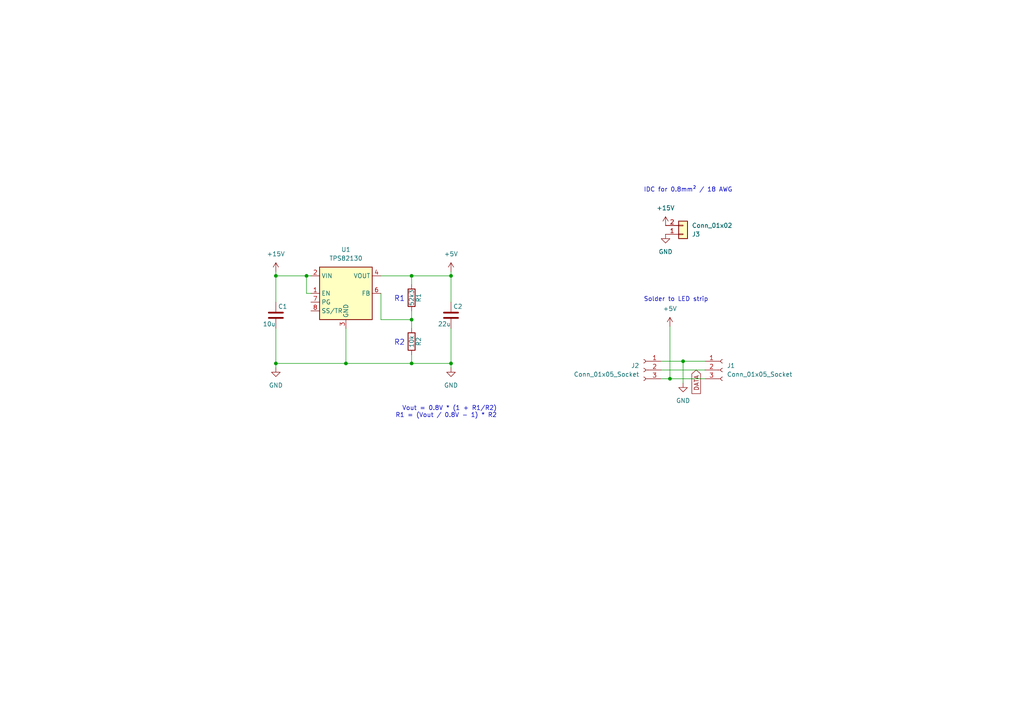
<source format=kicad_sch>
(kicad_sch (version 20231120) (generator "eeschema") (generator_version "8.0")
  (paper "A4")
  (lib_symbols
    (symbol "Connector:Conn_01x03_Socket" (pin_names (offset 1.016) hide)
      (property "Reference" "J" (at 0 5.08 0))
      (property "Value" "Conn_01x03_Socket" (at 0 -5.08 0))
      (symbol "Conn_01x03_Socket_1_1"
        (arc (start 0 -2.032) (mid -0.5058 -2.54) (end 0 -3.048) (stroke (width 0.1524)))
        (polyline (pts (xy -1.27 -2.54) (xy -0.508 -2.54)) (stroke (width 0.1524)))
        (polyline (pts (xy -1.27 0) (xy -0.508 0)) (stroke (width 0.1524)))
        (polyline (pts (xy -1.27 2.54) (xy -0.508 2.54)) (stroke (width 0.1524)))
        (arc (start 0 0.508) (mid -0.5058 0) (end 0 -0.508) (stroke (width 0.1524)))
        (arc (start 0 3.048) (mid -0.5058 2.54) (end 0 2.032) (stroke (width 0.1524)))
        (pin passive line (at -5.08 2.54 0) (length 3.81) (name "Pin_1") (number "1"))
        (pin passive line (at -5.08 0 0) (length 3.81) (name "Pin_2") (number "2"))
        (pin passive line (at -5.08 -2.54 0) (length 3.81) (name "Pin_3") (number "3"))
      )
    )
    (symbol "Connector_Generic:Conn_01x02" (pin_names (offset 1.016) hide)
      (property "Reference" "J" (at 0 2.54 0))
      (property "Value" "Conn_01x02" (at 0 -5.08 0))
      (symbol "Conn_01x02_1_1"
        (rectangle (start -1.27 -2.413) (end 0 -2.667) (stroke (width 0.1524)))
        (rectangle (start -1.27 0.127) (end 0 -0.127) (stroke (width 0.1524)))
        (rectangle (start -1.27 1.27) (end 1.27 -3.81) (stroke (width 0.254)) (fill (type background)))
        (pin passive line (at -5.08 0 0) (length 3.81) (name "Pin_1") (number "1"))
        (pin passive line (at -5.08 -2.54 0) (length 3.81) (name "Pin_2") (number "2"))
      )
    )
    (symbol "Device:C" (pin_numbers hide) (pin_names (offset 0.254))
      (property "Reference" "C" (at 0.635 2.54 0))
      (property "Value" "C" (at 0.635 -2.54 0))
      (symbol "C_0_1"
        (polyline (pts (xy -2.032 -0.762) (xy 2.032 -0.762)) (stroke (width 0.508)))
        (polyline (pts (xy -2.032 0.762) (xy 2.032 0.762)) (stroke (width 0.508)))
      )
      (symbol "C_1_1"
        (pin passive line (at 0 3.81 270) (length 2.794) (name "~") (number "1"))
        (pin passive line (at 0 -3.81 90) (length 2.794) (name "~") (number "2"))
      )
    )
    (symbol "Device:R" (pin_numbers hide) (pin_names (offset 0))
      (property "Reference" "R" (at 2.032 0 90))
      (property "Value" "R" (at 0 0 90))
      (symbol "R_0_1"
        (rectangle (start -1.016 -2.54) (end 1.016 2.54) (stroke (width 0.254)))
      )
      (symbol "R_1_1"
        (pin passive line (at 0 3.81 270) (length 1.27) (name "~") (number "1"))
        (pin passive line (at 0 -3.81 90) (length 1.27) (name "~") (number "2"))
      )
    )
    (symbol "Regulator_Switching:TPS82130"
      (property "Reference" "U" (at 1.27 11.43 0))
      (property "Value" "TPS82130" (at 5.08 8.89 0))
      (symbol "TPS82130_0_1"
        (rectangle (start -7.62 7.62) (end 7.62 -7.62) (stroke (width 0.254)) (fill (type background)))
      )
      (symbol "TPS82130_1_1"
        (pin input line (at -10.16 0 0) (length 2.54) (name "EN") (number "1"))
        (pin power_in line (at -10.16 5.08 0) (length 2.54) (name "VIN") (number "2"))
        (pin power_in line (at 0 -10.16 90) (length 2.54) (name "GND") (number "3"))
        (pin power_out line (at 10.16 5.08 180) (length 2.54) (name "VOUT") (number "4"))
        (pin passive line (at 10.16 5.08 180) (length 2.54) hide (name "VOUT") (number "5"))
        (pin input line (at 10.16 0 180) (length 2.54) (name "FB") (number "6"))
        (pin open_collector line (at -10.16 -2.54 0) (length 2.54) (name "PG") (number "7"))
        (pin input line (at -10.16 -5.08 0) (length 2.54) (name "SS/TR") (number "8"))
        (pin passive line (at 0 -10.16 90) (length 2.54) hide (name "GND") (number "9"))
      )
    )
    (symbol "power:+15V" (power) (pin_names (offset 0))
      (property "Value" "+15V" (at 0 3.556 0))
      (symbol "+15V_0_1"
        (polyline (pts (xy -0.762 1.27) (xy 0 2.54)))
        (polyline (pts (xy 0 0) (xy 0 2.54)))
        (polyline (pts (xy 0 2.54) (xy 0.762 1.27)))
      )
      (symbol "+15V_1_1"
        (pin power_in line (at 0 0 90) (length 0) hide (name "+15V") (number "1"))
      )
    )
    (symbol "power:+5V" (power) (pin_names (offset 0))
      (property "Value" "+5V" (at 0 3.556 0))
      (symbol "+5V_0_1"
        (polyline (pts (xy -0.762 1.27) (xy 0 2.54)))
        (polyline (pts (xy 0 0) (xy 0 2.54)))
        (polyline (pts (xy 0 2.54) (xy 0.762 1.27)))
      )
      (symbol "+5V_1_1"
        (pin power_in line (at 0 0 90) (length 0) hide (name "+5V") (number "1"))
      )
    )
    (symbol "power:GND" (power) (pin_names (offset 0))
      (property "Value" "GND" (at 0 -3.81 0))
      (symbol "GND_0_1"
        (polyline (pts (xy 0 0) (xy 0 -1.27) (xy 1.27 -1.27) (xy 0 -2.54) (xy -1.27 -1.27) (xy 0 -1.27)))
      )
      (symbol "GND_1_1"
        (pin power_in line (at 0 0 270) (length 0) hide (name "GND") (number "1"))
      )
    )
  )
  (junction (at 80.01 80.01))
  (junction (at 194.31 109.855))
  (junction (at 119.38 92.71))
  (junction (at 119.38 105.41))
  (junction (at 88.9 80.01))
  (junction (at 130.81 80.01))
  (junction (at 119.38 80.01))
  (junction (at 198.12 104.775))
  (junction (at 100.33 105.41))
  (junction (at 80.01 105.41))
  (junction (at 130.81 105.41))
  (wire (pts (xy 100.33 95.25) (xy 100.33 105.41)))
  (wire (pts (xy 119.38 105.41) (xy 130.81 105.41)))
  (wire (pts (xy 191.77 109.855) (xy 194.31 109.855)))
  (wire (pts (xy 194.31 94.615) (xy 194.31 109.855)))
  (wire (pts (xy 119.38 80.01) (xy 130.81 80.01)))
  (wire (pts (xy 80.01 105.41) (xy 80.01 106.68)))
  (wire (pts (xy 119.38 105.41) (xy 119.38 102.87)))
  (wire (pts (xy 119.38 90.17) (xy 119.38 92.71)))
  (wire (pts (xy 80.01 80.01) (xy 80.01 87.63)))
  (wire (pts (xy 90.17 80.01) (xy 88.9 80.01)))
  (wire (pts (xy 130.81 78.74) (xy 130.81 80.01)))
  (wire (pts (xy 130.81 105.41) (xy 130.81 106.68)))
  (wire (pts (xy 88.9 80.01) (xy 80.01 80.01)))
  (wire (pts (xy 90.17 85.09) (xy 88.9 85.09)))
  (wire (pts (xy 191.77 107.315) (xy 204.47 107.315)))
  (wire (pts (xy 194.31 109.855) (xy 204.47 109.855)))
  (wire (pts (xy 198.12 104.775) (xy 198.12 111.125)))
  (wire (pts (xy 110.49 92.71) (xy 119.38 92.71)))
  (wire (pts (xy 100.33 105.41) (xy 119.38 105.41)))
  (wire (pts (xy 80.01 80.01) (xy 80.01 78.74)))
  (wire (pts (xy 100.33 105.41) (xy 80.01 105.41)))
  (wire (pts (xy 80.01 95.25) (xy 80.01 105.41)))
  (wire (pts (xy 110.49 80.01) (xy 119.38 80.01)))
  (wire (pts (xy 88.9 80.01) (xy 88.9 85.09)))
  (wire (pts (xy 198.12 104.775) (xy 204.47 104.775)))
  (wire (pts (xy 119.38 92.71) (xy 119.38 95.25)))
  (wire (pts (xy 191.77 104.775) (xy 198.12 104.775)))
  (wire (pts (xy 110.49 85.09) (xy 110.49 92.71)))
  (wire (pts (xy 130.81 80.01) (xy 130.81 87.63)))
  (wire (pts (xy 130.81 105.41) (xy 130.81 95.25)))
  (wire (pts (xy 119.38 80.01) (xy 119.38 82.55)))
  (text "Vout = 0.8V * (1 + R1/R2)\nR1 = (Vout / 0.8V - 1) * R2" (at 144.145 121.285 0) (effects (font (size 1.27 1.27)) (justify right bottom)))
  (text "Solder to LED strip" (at 186.69 87.63 0) (effects (font (size 1.27 1.27)) (justify left bottom)))
  (text "R1" (at 114.3 87.63 0) (effects (font (size 1.524 1.524)) (justify left bottom)))
  (text "R2" (at 114.3 100.33 0) (effects (font (size 1.524 1.524)) (justify left bottom)))
  (text "IDC for 0.8mm² / 18 AWG" (at 186.69 55.88 0) (effects (font (size 1.27 1.27)) (justify left bottom)))
  (global_label "DATA" (shape input) (at 201.93 107.315 270) (property "Intersheetrefs" "${INTERSHEET_REFS}" (effects (hide yes))))
  (symbol (lib_id "Device:C") (at 130.81 91.44 0) (unit 1)
    (property "Reference" "C2" (at 131.445 88.9 0) (effects (justify left)))
    (property "Value" "22u" (at 127 93.98 0) (effects (justify left)))
    (property "Footprint" "Capacitor_SMD:C_0805_2012Metric" (effects (hide yes)))
  )
  (symbol (lib_id "power:+5V") (at 130.81 78.74 0) (unit 1)
    (property "Reference" "#PWR06" (effects (hide yes)))
    (property "Value" "+5V" (at 130.81 73.66 0))
  )
  (symbol (lib_id "Device:R") (at 119.38 86.36 0) (unit 1)
    (property "Reference" "R1" (at 121.412 86.36 90))
    (property "Value" "52k3" (at 119.38 86.36 90))
    (property "Footprint" "Resistor_SMD:R_0603_1608Metric" (effects (hide yes)))
  )
  (symbol (lib_id "power:+5V") (at 194.31 94.615 0) (unit 1)
    (property "Reference" "#PWR04" (effects (hide yes)))
    (property "Value" "+5V" (at 194.31 89.535 0))
  )
  (symbol (lib_id "Device:R") (at 119.38 99.06 0) (unit 1)
    (property "Reference" "R2" (at 121.412 99.06 90))
    (property "Value" "10k" (at 119.38 99.06 90))
    (property "Footprint" "Resistor_SMD:R_0603_1608Metric" (effects (hide yes)))
  )
  (symbol (lib_id "Connector_Generic:Conn_01x02") (at 198.12 67.945 0) (mirror x) (unit 1)
    (property "Reference" "J3" (at 200.66 67.945 0) (effects (justify left)))
    (property "Value" "Conn_01x02" (at 200.66 65.405 0) (effects (justify left)))
    (property "Footprint" "local:Kyocera-009176002001906" (effects (hide yes)))
  )
  (symbol (lib_id "Regulator_Switching:TPS82130") (at 100.33 85.09 0) (unit 1)
    (property "Reference" "U1" (at 100.33 72.39 0))
    (property "Value" "TPS82130" (at 100.33 74.93 0))
    (property "Footprint" "local:TPS82130" (effects (hide yes)))
    (property "Datasheet" "http://www.ti.com/lit/ds/symlink/tps82130.pdf" (effects (hide yes)))
  )
  (symbol (lib_id "Connector:Conn_01x03_Socket") (at 186.69 107.315 0) (mirror y) (unit 1)
    (property "Reference" "J2" (at 185.42 106.045 0) (effects (justify left)))
    (property "Value" "Conn_01x05_Socket" (at 185.42 108.585 0) (effects (justify left)))
    (property "Footprint" "local:SolderHoles3pin10mm" (effects (hide yes)))
  )
  (symbol (lib_id "power:GND") (at 193.04 67.945 0) (unit 1)
    (property "Reference" "#PWR08" (effects (hide yes)))
    (property "Value" "GND" (at 193.04 73.025 0))
  )
  (symbol (lib_id "Device:C") (at 80.01 91.44 0) (unit 1)
    (property "Reference" "C1" (at 80.645 88.9 0) (effects (justify left)))
    (property "Value" "10u" (at 76.2 93.98 0) (effects (justify left)))
    (property "Footprint" "Capacitor_SMD:C_1206_3216Metric" (effects (hide yes)))
  )
  (symbol (lib_id "power:GND") (at 130.81 106.68 0) (unit 1)
    (property "Reference" "#PWR07" (effects (hide yes)))
    (property "Value" "GND" (at 130.81 111.76 0))
  )
  (symbol (lib_id "Connector:Conn_01x03_Socket") (at 209.55 107.315 0) (unit 1)
    (property "Reference" "J1" (at 210.82 106.045 0) (effects (justify left)))
    (property "Value" "Conn_01x05_Socket" (at 210.82 108.585 0) (effects (justify left)))
    (property "Footprint" "local:SolderHoles3pin10mm" (effects (hide yes)))
  )
  (symbol (lib_id "power:GND") (at 80.01 106.68 0) (unit 1)
    (property "Reference" "#PWR01" (effects (hide yes)))
    (property "Value" "GND" (at 80.01 111.76 0))
  )
  (symbol (lib_id "power:+15V") (at 193.04 65.405 0) (unit 1)
    (property "Reference" "#PWR09" (effects (hide yes)))
    (property "Value" "+15V" (at 193.04 60.325 0))
  )
  (symbol (lib_id "power:+15V") (at 80.01 78.74 0) (unit 1)
    (property "Reference" "#PWR05" (effects (hide yes)))
    (property "Value" "+15V" (at 80.01 73.66 0))
  )
  (symbol (lib_id "power:GND") (at 198.12 111.125 0) (unit 1)
    (property "Reference" "#PWR02" (effects (hide yes)))
    (property "Value" "GND" (at 198.12 116.205 0))
  )
)
</source>
